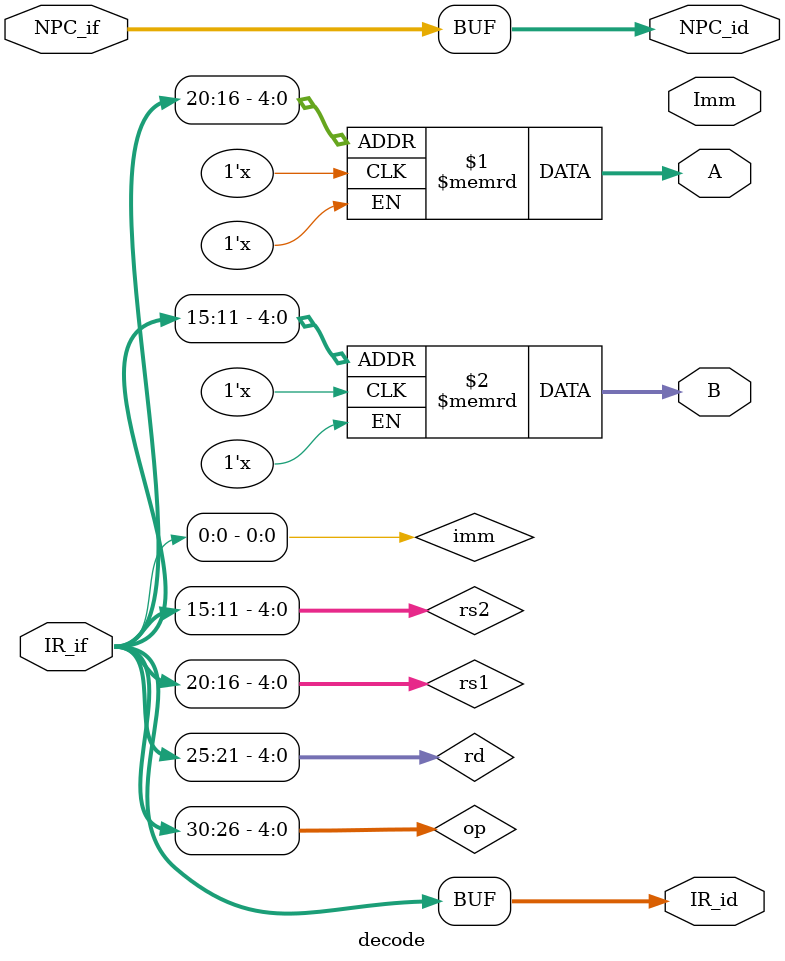
<source format=v>
module decode(
  input[31:0] NPC_if,
  input[31:0] IR_if,  
  output [31:0] A,
  output [31:0] B,
  output [31:0] Imm,
  output[31:0] NPC_id,
  output[31:0] IR_id
);
  reg [31:0] reg_b [31:0];//register bank
  wire [4:0] op,rd,rs1,rs2;
  assign NPC_id = NPC_if;
  assign IR_id = IR_if;
  assign op = IR_if[31:26];
  assign rd = IR_if[25:21];
  assign rs1 = IR_if[20:16];
  assign rs2 = IR_if[15:11];
  assign imm = {{15{IR_if[15]}},IR_if[15:0]};
  assign A = reg_b[rs1];
  assign B = reg_b[rs2];
endmodule

</source>
